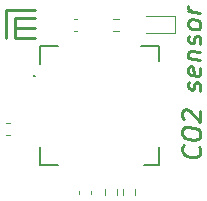
<source format=gbr>
%TF.GenerationSoftware,KiCad,Pcbnew,(5.1.8)-1*%
%TF.CreationDate,2021-11-11T19:50:17-05:00*%
%TF.ProjectId,CO2_sensor,434f325f-7365-46e7-936f-722e6b696361,rev?*%
%TF.SameCoordinates,Original*%
%TF.FileFunction,Legend,Top*%
%TF.FilePolarity,Positive*%
%FSLAX46Y46*%
G04 Gerber Fmt 4.6, Leading zero omitted, Abs format (unit mm)*
G04 Created by KiCad (PCBNEW (5.1.8)-1) date 2021-11-11 19:50:17*
%MOMM*%
%LPD*%
G01*
G04 APERTURE LIST*
%ADD10C,0.254000*%
%ADD11C,0.120000*%
%ADD12C,0.200000*%
G04 APERTURE END LIST*
D10*
X143850000Y-89150000D02*
X145500000Y-89150000D01*
X143800000Y-90000000D02*
X145500000Y-90000000D01*
X143800000Y-88300000D02*
X143800000Y-90000000D01*
X145500000Y-88300000D02*
X143800000Y-88300000D01*
X143100000Y-87600000D02*
X143100000Y-90000000D01*
X145500000Y-87600000D02*
X143100000Y-87600000D01*
X159384285Y-99206583D02*
X159456857Y-99288226D01*
X159529428Y-99515012D01*
X159529428Y-99660155D01*
X159456857Y-99868798D01*
X159311714Y-99995798D01*
X159166571Y-100050226D01*
X158876285Y-100086512D01*
X158658571Y-100059298D01*
X158368285Y-99950441D01*
X158223142Y-99859726D01*
X158078000Y-99696441D01*
X158005428Y-99469655D01*
X158005428Y-99324512D01*
X158078000Y-99115869D01*
X158150571Y-99052369D01*
X158005428Y-98090798D02*
X158005428Y-97800512D01*
X158078000Y-97664441D01*
X158223142Y-97537441D01*
X158513428Y-97501155D01*
X159021428Y-97564655D01*
X159311714Y-97673512D01*
X159456857Y-97836798D01*
X159529428Y-97991012D01*
X159529428Y-98281298D01*
X159456857Y-98417369D01*
X159311714Y-98544369D01*
X159021428Y-98580655D01*
X158513428Y-98517155D01*
X158223142Y-98408298D01*
X158078000Y-98245012D01*
X158005428Y-98090798D01*
X158150571Y-96875226D02*
X158078000Y-96793583D01*
X158005428Y-96639369D01*
X158005428Y-96276512D01*
X158078000Y-96140441D01*
X158150571Y-96076941D01*
X158295714Y-96022512D01*
X158440857Y-96040655D01*
X158658571Y-96140441D01*
X159529428Y-97120155D01*
X159529428Y-96176726D01*
X159456857Y-94425941D02*
X159529428Y-94289869D01*
X159529428Y-93999583D01*
X159456857Y-93845369D01*
X159311714Y-93754655D01*
X159239142Y-93745583D01*
X159094000Y-93800012D01*
X159021428Y-93936083D01*
X159021428Y-94153798D01*
X158948857Y-94289869D01*
X158803714Y-94344298D01*
X158731142Y-94335226D01*
X158586000Y-94244512D01*
X158513428Y-94090298D01*
X158513428Y-93872583D01*
X158586000Y-93736512D01*
X159456857Y-92539083D02*
X159529428Y-92693298D01*
X159529428Y-92983583D01*
X159456857Y-93119655D01*
X159311714Y-93174083D01*
X158731142Y-93101512D01*
X158586000Y-93010798D01*
X158513428Y-92856583D01*
X158513428Y-92566298D01*
X158586000Y-92430226D01*
X158731142Y-92375798D01*
X158876285Y-92393941D01*
X159021428Y-93137798D01*
X158513428Y-91695441D02*
X159529428Y-91822441D01*
X158658571Y-91713583D02*
X158586000Y-91631941D01*
X158513428Y-91477726D01*
X158513428Y-91260012D01*
X158586000Y-91123941D01*
X158731142Y-91069512D01*
X159529428Y-91169298D01*
X159456857Y-90507083D02*
X159529428Y-90371012D01*
X159529428Y-90080726D01*
X159456857Y-89926512D01*
X159311714Y-89835798D01*
X159239142Y-89826726D01*
X159094000Y-89881155D01*
X159021428Y-90017226D01*
X159021428Y-90234941D01*
X158948857Y-90371012D01*
X158803714Y-90425441D01*
X158731142Y-90416369D01*
X158586000Y-90325655D01*
X158513428Y-90171441D01*
X158513428Y-89953726D01*
X158586000Y-89817655D01*
X159529428Y-88992155D02*
X159456857Y-89128226D01*
X159384285Y-89191726D01*
X159239142Y-89246155D01*
X158803714Y-89191726D01*
X158658571Y-89101012D01*
X158586000Y-89019369D01*
X158513428Y-88865155D01*
X158513428Y-88647441D01*
X158586000Y-88511369D01*
X158658571Y-88447869D01*
X158803714Y-88393441D01*
X159239142Y-88447869D01*
X159384285Y-88538583D01*
X159456857Y-88620226D01*
X159529428Y-88774441D01*
X159529428Y-88992155D01*
X159529428Y-87831012D02*
X158513428Y-87704012D01*
X158803714Y-87740298D02*
X158658571Y-87649583D01*
X158586000Y-87567941D01*
X158513428Y-87413726D01*
X158513428Y-87268583D01*
D11*
%TO.C,C3*%
X150260000Y-102913733D02*
X150260000Y-103206267D01*
X149240000Y-102913733D02*
X149240000Y-103206267D01*
%TO.C,D1*%
X154930000Y-89595000D02*
X157390000Y-89595000D01*
X157390000Y-89595000D02*
X157390000Y-88125000D01*
X157390000Y-88125000D02*
X154930000Y-88125000D01*
%TO.C,R3*%
X152957500Y-103314724D02*
X152957500Y-102805276D01*
X154002500Y-103314724D02*
X154002500Y-102805276D01*
%TO.C,R2*%
X151417500Y-103314724D02*
X151417500Y-102805276D01*
X152462500Y-103314724D02*
X152462500Y-102805276D01*
%TO.C,R1*%
X152634724Y-89382500D02*
X152125276Y-89382500D01*
X152634724Y-88337500D02*
X152125276Y-88337500D01*
D12*
%TO.C,IC1*%
X145500000Y-93210000D02*
G75*
G02*
X145400000Y-93210000I-50000J0D01*
G01*
X145400000Y-93210000D02*
G75*
G02*
X145500000Y-93210000I50000J0D01*
G01*
X145500000Y-93210000D02*
G75*
G02*
X145400000Y-93210000I-50000J0D01*
G01*
X145400000Y-93210000D02*
X145400000Y-93210000D01*
X145500000Y-93210000D02*
X145500000Y-93210000D01*
X145400000Y-93210000D02*
X145400000Y-93210000D01*
X154750000Y-100760000D02*
X154750000Y-100760000D01*
X156050000Y-100760000D02*
X154750000Y-100760000D01*
X156050000Y-100760000D02*
X156050000Y-100760000D01*
X154750000Y-100760000D02*
X156050000Y-100760000D01*
X156050000Y-100760000D02*
X156050000Y-99210000D01*
X156050000Y-100760000D02*
X156050000Y-100760000D01*
X156050000Y-99210000D02*
X156050000Y-100760000D01*
X156050000Y-99210000D02*
X156050000Y-99210000D01*
X156050000Y-91960000D02*
X156050000Y-90660000D01*
X156050000Y-91960000D02*
X156050000Y-91960000D01*
X156050000Y-90660000D02*
X156050000Y-91960000D01*
X156050000Y-90660000D02*
X156050000Y-90660000D01*
X154500000Y-90660000D02*
X154500000Y-90660000D01*
X156050000Y-90660000D02*
X154500000Y-90660000D01*
X156050000Y-90660000D02*
X156050000Y-90660000D01*
X154500000Y-90660000D02*
X156050000Y-90660000D01*
X145950000Y-90660000D02*
X145950000Y-90660000D01*
X147500000Y-90660000D02*
X145950000Y-90660000D01*
X147500000Y-90660000D02*
X147500000Y-90660000D01*
X145950000Y-90660000D02*
X147500000Y-90660000D01*
X145950000Y-90660000D02*
X145950000Y-92210000D01*
X145950000Y-90660000D02*
X145950000Y-90660000D01*
X145950000Y-92210000D02*
X145950000Y-90660000D01*
X145950000Y-92210000D02*
X145950000Y-92210000D01*
X145950000Y-99210000D02*
X145950000Y-100760000D01*
X145950000Y-99210000D02*
X145950000Y-99210000D01*
X145950000Y-100760000D02*
X145950000Y-99210000D01*
X145950000Y-100760000D02*
X145950000Y-100760000D01*
X147500000Y-100760000D02*
X147500000Y-100760000D01*
X145950000Y-100760000D02*
X147500000Y-100760000D01*
X145950000Y-100760000D02*
X145950000Y-100760000D01*
X147500000Y-100760000D02*
X145950000Y-100760000D01*
D11*
%TO.C,C2*%
X149086267Y-89370000D02*
X148793733Y-89370000D01*
X149086267Y-88350000D02*
X148793733Y-88350000D01*
%TO.C,C1*%
X143366267Y-98200000D02*
X143073733Y-98200000D01*
X143366267Y-97180000D02*
X143073733Y-97180000D01*
%TD*%
M02*

</source>
